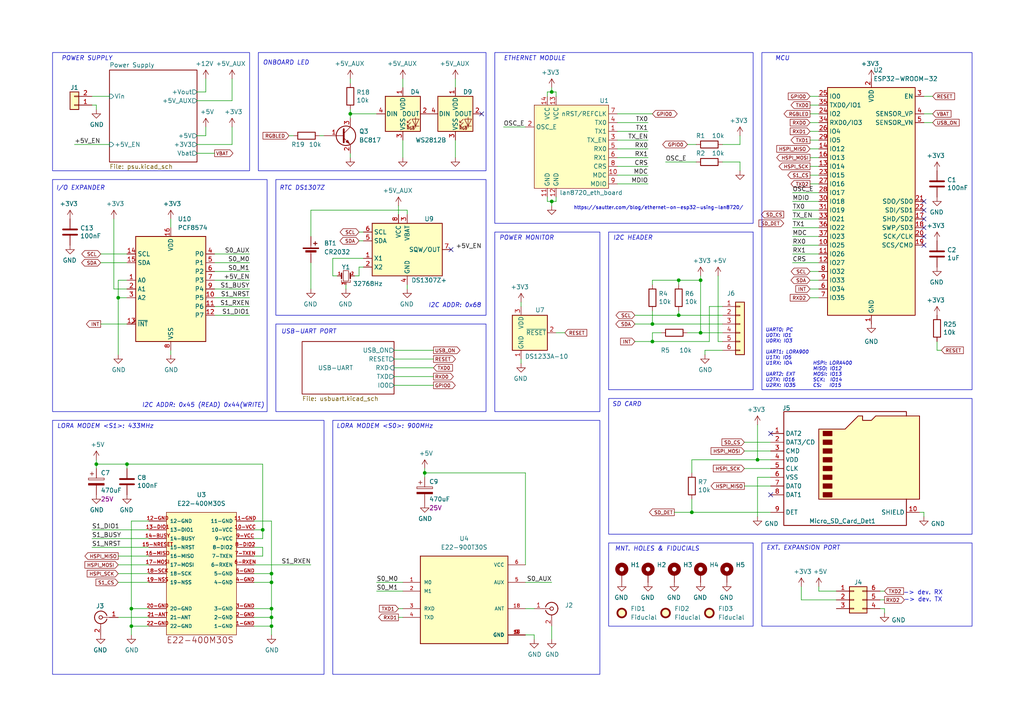
<source format=kicad_sch>
(kicad_sch (version 20231120) (generator "eeschema") (generator_version "8.0")
  (paper "A4")
  (junction (at 38.1 181.61))
  (junction (at 203.2 81.28))
  (junction (at 160.02 26.67))
  (junction (at 78.74 168.91))
  (junction (at 196.85 91.44))
  (junction (at 189.23 99.06))
  (junction (at 78.74 166.37))
  (junction (at 34.29 86.36))
  (junction (at 160.02 58.42))
  (junction (at 196.85 81.28))
  (junction (at 101.6 33.02))
  (junction (at 123.19 137.16))
  (junction (at 189.23 93.98))
  (junction (at 200.66 148.59))
  (junction (at 36.83 134.62))
  (junction (at 27.94 134.62))
  (junction (at 76.2 153.67))
  (junction (at 38.1 176.53))
  (junction (at 78.74 179.07))
  (junction (at 219.71 133.35))
  (junction (at 78.74 181.61))
  (junction (at 203.2 96.52))
  (junction (at 78.74 176.53))
  (no_connect (at 267.97 71.12))
  (no_connect (at 223.52 143.51))
  (no_connect (at 267.97 63.5))
  (no_connect (at 223.52 125.73))
  (no_connect (at 267.97 60.96))
  (no_connect (at 267.97 58.42))
  (no_connect (at 267.97 66.04))
  (no_connect (at 139.7 33.02))
  (no_connect (at 267.97 68.58))
  (no_connect (at 130.81 72.39))
  (wire (pts (xy 237.49 170.18) (xy 237.49 171.45)))
  (wire (pts (xy 158.75 27.94) (xy 158.75 26.67)))
  (wire (pts (xy 114.3 104.14) (xy 125.73 104.14)))
  (wire (pts (xy 38.1 181.61) (xy 38.1 184.15)))
  (wire (pts (xy 234.95 50.8) (xy 237.49 50.8)))
  (wire (pts (xy 62.23 88.9) (xy 72.39 88.9)))
  (wire (pts (xy 78.74 181.61) (xy 78.74 184.15)))
  (wire (pts (xy 73.66 179.07) (xy 78.74 179.07)))
  (polyline (pts (xy 218.44 67.31) (xy 176.53 67.31)))
  (wire (pts (xy 179.07 35.56) (xy 187.96 35.56)))
  (wire (pts (xy 209.55 41.91) (xy 214.63 41.91)))
  (wire (pts (xy 229.87 71.12) (xy 237.49 71.12)))
  (wire (pts (xy 33.02 63.5) (xy 33.02 83.82)))
  (wire (pts (xy 115.57 179.07) (xy 116.84 179.07)))
  (wire (pts (xy 200.66 133.35) (xy 219.71 133.35)))
  (wire (pts (xy 67.31 29.21) (xy 67.31 22.86)))
  (wire (pts (xy 234.95 45.72) (xy 237.49 45.72)))
  (wire (pts (xy 196.85 90.17) (xy 196.85 91.44)))
  (wire (pts (xy 203.2 96.52) (xy 209.55 96.52)))
  (wire (pts (xy 232.41 173.99) (xy 242.57 173.99)))
  (wire (pts (xy 104.14 69.85) (xy 105.41 69.85)))
  (wire (pts (xy 96.52 80.01) (xy 97.79 80.01)))
  (polyline (pts (xy 176.53 113.03) (xy 176.53 67.31)))
  (wire (pts (xy 104.14 77.47) (xy 105.41 77.47)))
  (wire (pts (xy 114.3 106.68) (xy 125.73 106.68)))
  (wire (pts (xy 215.9 128.27) (xy 223.52 128.27)))
  (wire (pts (xy 57.15 29.21) (xy 67.31 29.21)))
  (wire (pts (xy 229.87 66.04) (xy 237.49 66.04)))
  (wire (pts (xy 38.1 181.61) (xy 43.18 181.61)))
  (wire (pts (xy 109.22 168.91) (xy 116.84 168.91)))
  (wire (pts (xy 38.1 151.13) (xy 38.1 176.53)))
  (wire (pts (xy 34.29 86.36) (xy 36.83 86.36)))
  (wire (pts (xy 57.15 26.67) (xy 59.69 26.67)))
  (wire (pts (xy 114.3 101.6) (xy 125.73 101.6)))
  (wire (pts (xy 29.21 93.98) (xy 36.83 93.98)))
  (wire (pts (xy 219.71 138.43) (xy 219.71 149.86)))
  (wire (pts (xy 189.23 96.52) (xy 189.23 99.06)))
  (wire (pts (xy 234.95 38.1) (xy 237.49 38.1)))
  (wire (pts (xy 26.67 156.21) (xy 43.18 156.21)))
  (wire (pts (xy 83.82 39.37) (xy 85.09 39.37)))
  (wire (pts (xy 196.85 81.28) (xy 203.2 81.28)))
  (wire (pts (xy 184.15 99.06) (xy 189.23 99.06)))
  (wire (pts (xy 219.71 133.35) (xy 219.71 123.19)))
  (wire (pts (xy 234.95 40.64) (xy 237.49 40.64)))
  (wire (pts (xy 234.95 33.02) (xy 237.49 33.02)))
  (wire (pts (xy 104.14 67.31) (xy 105.41 67.31)))
  (wire (pts (xy 36.83 134.62) (xy 76.2 134.62)))
  (wire (pts (xy 62.23 83.82) (xy 72.39 83.82)))
  (wire (pts (xy 49.53 63.5) (xy 49.53 66.04)))
  (wire (pts (xy 34.29 168.91) (xy 43.18 168.91)))
  (wire (pts (xy 101.6 34.29) (xy 101.6 33.02)))
  (wire (pts (xy 73.66 151.13) (xy 78.74 151.13)))
  (wire (pts (xy 234.95 30.48) (xy 237.49 30.48)))
  (wire (pts (xy 152.4 176.53) (xy 154.94 176.53)))
  (wire (pts (xy 161.29 27.94) (xy 161.29 26.67)))
  (wire (pts (xy 123.19 137.16) (xy 152.4 137.16)))
  (wire (pts (xy 151.13 87.63) (xy 151.13 88.9)))
  (wire (pts (xy 256.54 176.53) (xy 256.54 177.8)))
  (wire (pts (xy 179.07 33.02) (xy 189.23 33.02)))
  (polyline (pts (xy 176.53 113.03) (xy 218.44 113.03)))
  (wire (pts (xy 158.75 26.67) (xy 160.02 26.67)))
  (wire (pts (xy 123.19 137.16) (xy 123.19 138.43)))
  (wire (pts (xy 267.97 148.59) (xy 267.97 149.86)))
  (wire (pts (xy 232.41 170.18) (xy 232.41 173.99)))
  (wire (pts (xy 209.55 46.99) (xy 214.63 46.99)))
  (wire (pts (xy 62.23 73.66) (xy 72.39 73.66)))
  (wire (pts (xy 118.11 60.96) (xy 118.11 62.23)))
  (wire (pts (xy 189.23 93.98) (xy 209.55 93.98)))
  (wire (pts (xy 78.74 176.53) (xy 78.74 179.07)))
  (wire (pts (xy 160.02 58.42) (xy 158.75 58.42)))
  (wire (pts (xy 234.95 53.34) (xy 237.49 53.34)))
  (wire (pts (xy 234.95 35.56) (xy 237.49 35.56)))
  (wire (pts (xy 161.29 57.15) (xy 161.29 58.42)))
  (wire (pts (xy 29.21 73.66) (xy 36.83 73.66)))
  (wire (pts (xy 57.15 41.91) (xy 67.31 41.91)))
  (wire (pts (xy 34.29 179.07) (xy 43.18 179.07)))
  (wire (pts (xy 267.97 27.94) (xy 270.51 27.94)))
  (wire (pts (xy 199.39 41.91) (xy 201.93 41.91)))
  (wire (pts (xy 179.07 48.26) (xy 187.96 48.26)))
  (wire (pts (xy 234.95 86.36) (xy 237.49 86.36)))
  (wire (pts (xy 27.94 134.62) (xy 27.94 135.89)))
  (wire (pts (xy 116.84 45.72) (xy 116.84 40.64)))
  (wire (pts (xy 189.23 90.17) (xy 189.23 93.98)))
  (wire (pts (xy 34.29 161.29) (xy 43.18 161.29)))
  (wire (pts (xy 62.23 81.28) (xy 72.39 81.28)))
  (wire (pts (xy 267.97 33.02) (xy 270.51 33.02)))
  (wire (pts (xy 38.1 176.53) (xy 43.18 176.53)))
  (wire (pts (xy 179.07 50.8) (xy 187.96 50.8)))
  (wire (pts (xy 196.85 91.44) (xy 209.55 91.44)))
  (wire (pts (xy 160.02 26.67) (xy 160.02 25.4)))
  (wire (pts (xy 154.94 184.15) (xy 154.94 185.42)))
  (wire (pts (xy 234.95 78.74) (xy 237.49 78.74)))
  (wire (pts (xy 73.66 168.91) (xy 78.74 168.91)))
  (wire (pts (xy 90.17 68.58) (xy 90.17 60.96)))
  (wire (pts (xy 229.87 60.96) (xy 237.49 60.96)))
  (wire (pts (xy 73.66 156.21) (xy 76.2 156.21)))
  (wire (pts (xy 76.2 134.62) (xy 76.2 153.67)))
  (wire (pts (xy 59.69 39.37) (xy 59.69 36.83)))
  (wire (pts (xy 92.71 39.37) (xy 93.98 39.37)))
  (wire (pts (xy 115.57 176.53) (xy 116.84 176.53)))
  (wire (pts (xy 26.67 30.48) (xy 27.94 30.48)))
  (wire (pts (xy 73.66 176.53) (xy 78.74 176.53)))
  (wire (pts (xy 38.1 176.53) (xy 38.1 181.61)))
  (wire (pts (xy 21.59 41.91) (xy 31.75 41.91)))
  (wire (pts (xy 229.87 63.5) (xy 237.49 63.5)))
  (wire (pts (xy 229.87 58.42) (xy 237.49 58.42)))
  (wire (pts (xy 26.67 153.67) (xy 43.18 153.67)))
  (wire (pts (xy 62.23 91.44) (xy 72.39 91.44)))
  (wire (pts (xy 59.69 26.67) (xy 59.69 22.86)))
  (wire (pts (xy 101.6 31.75) (xy 101.6 33.02)))
  (wire (pts (xy 151.13 105.41) (xy 151.13 104.14)))
  (wire (pts (xy 27.94 134.62) (xy 36.83 134.62)))
  (wire (pts (xy 208.28 99.06) (xy 209.55 99.06)))
  (wire (pts (xy 118.11 82.55) (xy 118.11 83.82)))
  (wire (pts (xy 195.58 148.59) (xy 200.66 148.59)))
  (wire (pts (xy 229.87 55.88) (xy 237.49 55.88)))
  (wire (pts (xy 26.67 158.75) (xy 43.18 158.75)))
  (wire (pts (xy 90.17 76.2) (xy 90.17 83.82)))
  (wire (pts (xy 132.08 45.72) (xy 132.08 40.64)))
  (wire (pts (xy 34.29 81.28) (xy 36.83 81.28)))
  (wire (pts (xy 76.2 156.21) (xy 76.2 153.67)))
  (wire (pts (xy 255.27 176.53) (xy 256.54 176.53)))
  (wire (pts (xy 203.2 81.28) (xy 203.2 80.01)))
  (wire (pts (xy 73.66 163.83) (xy 90.17 163.83)))
  (wire (pts (xy 204.47 102.87) (xy 204.47 101.6)))
  (wire (pts (xy 179.07 45.72) (xy 187.96 45.72)))
  (wire (pts (xy 189.23 81.28) (xy 196.85 81.28)))
  (wire (pts (xy 34.29 81.28) (xy 34.29 86.36)))
  (wire (pts (xy 184.15 93.98) (xy 189.23 93.98)))
  (wire (pts (xy 160.02 59.69) (xy 160.02 58.42)))
  (wire (pts (xy 101.6 44.45) (xy 101.6 45.72)))
  (wire (pts (xy 62.23 76.2) (xy 72.39 76.2)))
  (wire (pts (xy 160.02 181.61) (xy 160.02 185.42)))
  (wire (pts (xy 237.49 171.45) (xy 242.57 171.45)))
  (wire (pts (xy 229.87 73.66) (xy 237.49 73.66)))
  (wire (pts (xy 200.66 148.59) (xy 223.52 148.59)))
  (wire (pts (xy 163.83 96.52) (xy 161.29 96.52)))
  (wire (pts (xy 116.84 22.86) (xy 116.84 25.4)))
  (wire (pts (xy 200.66 137.16) (xy 200.66 133.35)))
  (wire (pts (xy 67.31 41.91) (xy 67.31 36.83)))
  (wire (pts (xy 101.6 33.02) (xy 109.22 33.02)))
  (wire (pts (xy 78.74 179.07) (xy 78.74 181.61)))
  (wire (pts (xy 179.07 40.64) (xy 187.96 40.64)))
  (wire (pts (xy 73.66 181.61) (xy 78.74 181.61)))
  (wire (pts (xy 215.9 135.89) (xy 223.52 135.89)))
  (wire (pts (xy 102.87 80.01) (xy 104.14 80.01)))
  (wire (pts (xy 214.63 39.37) (xy 214.63 41.91)))
  (wire (pts (xy 255.27 173.99) (xy 256.54 173.99)))
  (wire (pts (xy 115.57 59.69) (xy 115.57 62.23)))
  (wire (pts (xy 36.83 134.62) (xy 36.83 135.89)))
  (wire (pts (xy 146.05 36.83) (xy 152.4 36.83)))
  (wire (pts (xy 229.87 68.58) (xy 237.49 68.58)))
  (wire (pts (xy 114.3 111.76) (xy 125.73 111.76)))
  (wire (pts (xy 101.6 22.86) (xy 101.6 24.13)))
  (wire (pts (xy 78.74 166.37) (xy 78.74 168.91)))
  (wire (pts (xy 215.9 130.81) (xy 223.52 130.81)))
  (wire (pts (xy 29.21 76.2) (xy 36.83 76.2)))
  (wire (pts (xy 179.07 38.1) (xy 187.96 38.1)))
  (wire (pts (xy 161.29 26.67) (xy 160.02 26.67)))
  (wire (pts (xy 105.41 74.93) (xy 96.52 74.93)))
  (wire (pts (xy 26.67 27.94) (xy 31.75 27.94)))
  (wire (pts (xy 234.95 83.82) (xy 237.49 83.82)))
  (wire (pts (xy 255.27 171.45) (xy 256.54 171.45)))
  (wire (pts (xy 234.95 48.26) (xy 237.49 48.26)))
  (wire (pts (xy 73.66 153.67) (xy 76.2 153.67)))
  (wire (pts (xy 200.66 144.78) (xy 200.66 148.59)))
  (wire (pts (xy 57.15 44.45) (xy 62.23 44.45)))
  (wire (pts (xy 158.75 57.15) (xy 158.75 58.42)))
  (wire (pts (xy 196.85 82.55) (xy 196.85 81.28)))
  (wire (pts (xy 73.66 158.75) (xy 76.2 158.75)))
  (wire (pts (xy 179.07 53.34) (xy 187.96 53.34)))
  (wire (pts (xy 266.7 148.59) (xy 267.97 148.59)))
  (wire (pts (xy 132.08 22.86) (xy 132.08 25.4)))
  (wire (pts (xy 114.3 109.22) (xy 125.73 109.22)))
  (wire (pts (xy 191.77 96.52) (xy 189.23 96.52)))
  (wire (pts (xy 199.39 96.52) (xy 203.2 96.52)))
  (wire (pts (xy 27.94 30.48) (xy 27.94 31.75)))
  (wire (pts (xy 267.97 35.56) (xy 270.51 35.56)))
  (wire (pts (xy 271.78 101.6) (xy 271.78 99.06)))
  (wire (pts (xy 152.4 137.16) (xy 152.4 163.83)))
  (wire (pts (xy 57.15 39.37) (xy 59.69 39.37)))
  (wire (pts (xy 38.1 151.13) (xy 43.18 151.13)))
  (wire (pts (xy 160.02 58.42) (xy 161.29 58.42)))
  (wire (pts (xy 62.23 86.36) (xy 72.39 86.36)))
  (wire (pts (xy 179.07 43.18) (xy 187.96 43.18)))
  (wire (pts (xy 73.66 166.37) (xy 78.74 166.37)))
  (wire (pts (xy 96.52 74.93) (xy 96.52 80.01)))
  (wire (pts (xy 62.23 78.74) (xy 72.39 78.74)))
  (wire (pts (xy 152.4 184.15) (xy 154.94 184.15)))
  (wire (pts (xy 152.4 168.91) (xy 160.02 168.91)))
  (wire (pts (xy 100.33 82.55) (xy 100.33 83.82)))
  (wire (pts (xy 223.52 138.43) (xy 219.71 138.43)))
  (polyline (pts (xy 218.44 67.31) (xy 218.44 113.03)))
  (wire (pts (xy 76.2 158.75) (xy 76.2 161.29)))
  (wire (pts (xy 34.29 102.87) (xy 34.29 86.36)))
  (wire (pts (xy 214.63 46.99) (xy 214.63 49.53)))
  (wire (pts (xy 273.05 101.6) (xy 271.78 101.6)))
  (wire (pts (xy 73.66 161.29) (xy 76.2 161.29)))
  (wire (pts (xy 193.04 46.99) (xy 201.93 46.99)))
  (wire (pts (xy 27.94 133.35) (xy 27.94 134.62)))
  (wire (pts (xy 205.74 99.06) (xy 205.74 88.9)))
  (wire (pts (xy 205.74 88.9) (xy 209.55 88.9)))
  (wire (pts (xy 189.23 99.06) (xy 205.74 99.06)))
  (wire (pts (xy 109.22 171.45) (xy 116.84 171.45)))
  (wire (pts (xy 189.23 82.55) (xy 189.23 81.28)))
  (wire (pts (xy 78.74 168.91) (xy 78.74 176.53)))
  (wire (pts (xy 203.2 81.28) (xy 203.2 96.52)))
  (wire (pts (xy 34.29 166.37) (xy 43.18 166.37)))
  (wire (pts (xy 234.95 43.18) (xy 237.49 43.18)))
  (wire (pts (xy 90.17 60.96) (xy 118.11 60.96)))
  (wire (pts (xy 234.95 81.28) (xy 237.49 81.28)))
  (wire (pts (xy 208.28 80.01) (xy 208.28 99.06)))
  (wire (pts (xy 184.15 91.44) (xy 196.85 91.44)))
  (wire (pts (xy 123.19 135.89) (xy 123.19 137.16)))
  (wire (pts (xy 223.52 133.35) (xy 219.71 133.35)))
  (wire (pts (xy 234.95 27.94) (xy 237.49 27.94)))
  (wire (pts (xy 215.9 140.97) (xy 223.52 140.97)))
  (wire (pts (xy 33.02 83.82) (xy 36.83 83.82)))
  (wire (pts (xy 49.53 101.6) (xy 49.53 102.87)))
  (wire (pts (xy 229.87 76.2) (xy 237.49 76.2)))
  (wire (pts (xy 104.14 80.01) (xy 104.14 77.47)))
  (wire (pts (xy 78.74 151.13) (xy 78.74 166.37)))
  (wire (pts (xy 204.47 101.6) (xy 209.55 101.6)))
  (wire (pts (xy 34.29 163.83) (xy 43.18 163.83)))
  (rectangle (start 15.24 15.24) (end 72.39 49.53))
  (rectangle (start 15.24 121.92) (end 93.98 195.58))
  (rectangle (start 74.93 15.24) (end 140.97 49.53))
  (rectangle (start 220.98 15.24) (end 281.94 113.03))
  (rectangle (start 176.53 157.48) (end 218.44 181.61))
  (rectangle (start 80.01 93.98) (end 140.97 119.38))
  (rectangle (start 220.98 157.48) (end 281.94 181.61))
  (rectangle (start 176.53 115.57) (end 281.94 154.94))
  (rectangle (start 80.01 52.07) (end 140.97 91.44))
  (rectangle (start 96.52 121.92) (end 173.99 195.58))
  (rectangle (start 143.51 15.24) (end 218.44 64.77))
  (rectangle (start 143.51 67.31) (end 173.99 119.38))
  (rectangle (start 15.24 52.07) (end 77.47 119.38))
  (text "HSPI: LORA400\nMISO: IO12\nMOSI: IO13\nSCK:  IO14\nCS:   IO15" (at 235.712 112.522 0) (effects (font (size 1 1) (italic yes)) (justify left bottom)))
  (text "RTC DS1307Z\n" (at 81.026 55.372 0) (effects (font (size 1.27 1.27) (italic yes)) (justify left bottom)))
  (text "https://sautter.com/blog/ethernet-on-esp32-using-lan8720/" (at 166.37 60.96 0) (effects (font (size 1 1)) (justify left bottom)))
  (text "POWER MONITOR" (at 144.78 69.85 0) (effects (font (size 1.27 1.27) (italic yes)) (justify left bottom)))
  (text "ETHERNET MODULE" (at 146.05 17.78 0) (effects (font (size 1.27 1.27) (italic yes)) (justify left bottom)))
  (text "POWER SUPPLY" (at 17.78 17.78 0) (effects (font (size 1.27 1.27) (italic yes)) (justify left bottom)))
  (text "LORA MODEM <S0>: 900MHz" (at 97.536 124.46 0) (effects (font (size 1.27 1.27) (italic yes)) (justify left bottom)))
  (text "MNT. HOLES & FIDUCIALS" (at 178.308 160.02 0) (effects (font (size 1.27 1.27) (italic yes)) (justify left bottom)))
  (text "SD CARD" (at 177.546 118.11 0) (effects (font (size 1.27 1.27) (italic yes)) (justify left bottom)))
  (text "-> dev. RX\n-> dev. TX" (at 267.716 172.974 0) (effects (font (size 1.27 1.27))))
  (text "MCU" (at 224.79 17.78 0) (effects (font (size 1.27 1.27) (italic yes)) (justify left bottom)))
  (text "todo-list:\n\n-DEFINE EXT. PINOUT\n-TEST HSPI\n-ADD EXT. HSPI EXPANSION PORT WITH CHIP SELECT\n-ADD CANBUS PROTOCOL??\n\n\n-SIMULATE PSU PROTECTIONS done\n-ADD USB PORT & CH340G / FTDI done\n-ADD OVER VOLTAGE PROT. won't do.\n-ADD SPI SD CARD SLOT done" (at 308.61 16.256 0) (effects (font (size 5 5)) (justify left top)))
  (text "UART0: PC\nU0TX: IO1\nU0RX: IO3\n\nUART1: LORA900\nU1TX: IO5\nU1RX: IO4\n\nUART2: EXT\nU2TX: IO16\nU2RX: IO35" (at 221.996 112.522 0) (effects (font (size 1 1) (italic yes)) (justify left bottom)))
  (text "LORA MODEM <S1>: 433MHz" (at 16.51 124.46 0) (effects (font (size 1.27 1.27) (italic yes)) (justify left bottom)))
  (text "I/O EXPANDER" (at 16.256 55.372 0) (effects (font (size 1.27 1.27) (italic yes)) (justify left bottom)))
  (text "I2C ADDR: 0x68" (at 124.206 89.408 0) (effects (font (size 1.27 1.27) (italic yes)) (justify left bottom)))
  (text "I2C HEADER" (at 177.8 69.85 0) (effects (font (size 1.27 1.27) (italic yes)) (justify left bottom)))
  (text "ONBOARD LED" (at 76.2 19.05 0) (effects (font (size 1.27 1.27) (italic yes)) (justify left bottom)))
  (text "EXT. EXPANSION PORT" (at 222.25 159.766 0) (effects (font (size 1.27 1.27) (italic yes)) (justify left bottom)))
  (text "USB-UART PORT" (at 81.534 97.028 0) (effects (font (size 1.27 1.27) (italic yes)) (justify left bottom)))
  (text "I2C ADDR: 0x45 (READ) 0x44(WRITE)" (at 41.148 118.364 0) (effects (font (size 1.27 1.27) (italic yes)) (justify left bottom)))
  (label "RX1" (at 229.87 73.66 0))
  (label "TX0" (at 229.87 60.96 0))
  (label "S1_DIO1" (at 26.67 153.67 0))
  (label "+5V_EN" (at 139.7 72.39 180))
  (label "S1_DIO1" (at 72.39 91.44 180))
  (label "S1_RXEN" (at 90.17 163.83 180))
  (label "RX0" (at 229.87 71.12 0))
  (label "S1_BUSY" (at 26.67 156.21 0))
  (label "S1_RXEN" (at 72.39 88.9 180))
  (label "S0_M1" (at 72.39 78.74 180))
  (label "RX0" (at 187.96 43.18 180))
  (label "S0_M0" (at 72.39 76.2 180))
  (label "OSC_E" (at 229.87 55.88 0))
  (label "TX_EN" (at 229.87 63.5 0))
  (label "S0_AUX" (at 72.39 73.66 180))
  (label "MDC" (at 229.87 68.58 0))
  (label "TX0" (at 187.96 35.56 180))
  (label "+5V_EN" (at 72.39 81.28 180))
  (label "S0_M1" (at 109.22 171.45 0))
  (label "TX1" (at 229.87 66.04 0))
  (label "S1_NRST" (at 72.39 86.36 180))
  (label "+5V_EN" (at 21.59 41.91 0))
  (label "MDIO" (at 229.87 58.42 0))
  (label "MDC" (at 187.96 50.8 180))
  (label "S1_BUSY" (at 72.39 83.82 180))
  (label "RX1" (at 187.96 45.72 180))
  (label "TX_EN" (at 187.96 40.64 180))
  (label "S0_M0" (at 109.22 168.91 0))
  (label "OSC_E" (at 146.05 36.83 0))
  (label "S1_NRST" (at 26.67 158.75 0))
  (label "MDIO" (at 187.96 53.34 180))
  (label "CRS" (at 187.96 48.26 180))
  (label "OSC_E" (at 193.04 46.99 0))
  (label "CRS" (at 229.87 76.2 0))
  (label "TX1" (at 187.96 38.1 180))
  (label "S0_AUX" (at 160.02 168.91 180))
  (global_label "S1_CS" (shape input) (at 34.29 168.91 180) (effects (font (size 0.9906 0.9906))) (property "Intersheetrefs" "${INTERSHEET_REFS}" (effects (hide yes))))
  (global_label "GPIO0" (shape output) (at 125.73 111.76 0) (effects (font (size 0.9906 0.9906))) (property "Intersheetrefs" "${INTERSHEET_REFS}" (effects (hide yes))))
  (global_label "TXD1" (shape output) (at 234.95 40.64 180) (effects (font (size 0.9906 0.9906))) (property "Intersheetrefs" "${INTERSHEET_REFS}" (effects (hide yes))))
  (global_label "HSPI_MISO" (shape output) (at 215.9 140.97 180) (effects (font (size 0.9906 0.9906))) (property "Intersheetrefs" "${INTERSHEET_REFS}" (effects (hide yes))))
  (global_label "TXD0" (shape output) (at 234.95 30.48 180) (effects (font (size 0.9906 0.9906))) (property "Intersheetrefs" "${INTERSHEET_REFS}" (effects (hide yes))))
  (global_label "SDA" (shape bidirectional) (at 104.14 69.85 180) (effects (font (size 0.9906 0.9906))) (property "Intersheetrefs" "${INTERSHEET_REFS}" (effects (hide yes))))
  (global_label "SD_DET" (shape output) (at 195.58 148.59 180) (effects (font (size 0.9906 0.9906))) (property "Intersheetrefs" "${INTERSHEET_REFS}" (effects (hide yes))))
  (global_label "TXD0" (shape input) (at 125.73 106.68 0) (effects (font (size 0.9906 0.9906))) (property "Intersheetrefs" "${INTERSHEET_REFS}" (effects (hide yes))))
  (global_label "RESET" (shape input) (at 163.83 96.52 0) (effects (font (size 0.9906 0.9906))) (property "Intersheetrefs" "${INTERSHEET_REFS}" (effects (hide yes))))
  (global_label "HSPI_MOSI" (shape input) (at 34.29 163.83 180) (effects (font (size 0.9906 0.9906))) (property "Intersheetrefs" "${INTERSHEET_REFS}" (effects (hide yes))))
  (global_label "S1_CS" (shape output) (at 234.95 50.8 180) (effects (font (size 0.9906 0.9906))) (property "Intersheetrefs" "${INTERSHEET_REFS}" (effects (hide yes))))
  (global_label "RXD2" (shape output) (at 256.54 173.99 0) (effects (font (size 0.9906 0.9906))) (property "Intersheetrefs" "${INTERSHEET_REFS}" (effects (hide yes))))
  (global_label "HSPI_MOSI" (shape output) (at 234.95 45.72 180) (effects (font (size 0.9906 0.9906))) (property "Intersheetrefs" "${INTERSHEET_REFS}" (effects (hide yes))))
  (global_label "GPIO0" (shape bidirectional) (at 199.39 41.91 180) (effects (font (size 0.9906 0.9906))) (property "Intersheetrefs" "${INTERSHEET_REFS}" (effects (hide yes))))
  (global_label "SDA" (shape bidirectional) (at 234.95 81.28 180) (effects (font (size 0.9906 0.9906))) (property "Intersheetrefs" "${INTERSHEET_REFS}" (effects (hide yes))))
  (global_label "RGBLED" (shape input) (at 83.82 39.37 180) (effects (font (size 0.9906 0.9906))) (property "Intersheetrefs" "${INTERSHEET_REFS}" (effects (hide yes))))
  (global_label "HSPI_SCK" (shape input) (at 215.9 135.89 180) (effects (font (size 0.9906 0.9906))) (property "Intersheetrefs" "${INTERSHEET_REFS}" (effects (hide yes))))
  (global_label "SDA" (shape bidirectional) (at 184.15 93.98 180) (effects (font (size 0.9906 0.9906))) (property "Intersheetrefs" "${INTERSHEET_REFS}" (effects (hide yes))))
  (global_label "INT" (shape input) (at 184.15 99.06 180) (effects (font (size 0.9906 0.9906))) (property "Intersheetrefs" "${INTERSHEET_REFS}" (effects (hide yes))))
  (global_label "RXD0" (shape output) (at 125.73 109.22 0) (effects (font (size 0.9906 0.9906))) (property "Intersheetrefs" "${INTERSHEET_REFS}" (effects (hide yes))))
  (global_label "RXD2" (shape input) (at 234.95 86.36 180) (effects (font (size 0.9906 0.9906))) (property "Intersheetrefs" "${INTERSHEET_REFS}" (effects (hide yes))))
  (global_label "SCL" (shape bidirectional) (at 104.14 67.31 180) (effects (font (size 0.9906 0.9906))) (property "Intersheetrefs" "${INTERSHEET_REFS}" (effects (hide yes))))
  (global_label "USB_ON" (shape input) (at 270.51 35.56 0) (effects (font (size 0.9906 0.9906))) (property "Intersheetrefs" "${INTERSHEET_REFS}" (effects (hide yes))))
  (global_label "HSPI_SCK" (shape output) (at 234.95 48.26 180) (effects (font (size 0.9906 0.9906))) (property "Intersheetrefs" "${INTERSHEET_REFS}" (effects (hide yes))))
  (global_label "SDA" (shape bidirectional) (at 29.21 76.2 180) (effects (font (size 0.9906 0.9906))) (property "Intersheetrefs" "${INTERSHEET_REFS}" (effects (hide yes))))
  (global_label "RXD1" (shape input) (at 234.95 38.1 180) (effects (font (size 0.9906 0.9906))) (property "Intersheetrefs" "${INTERSHEET_REFS}" (effects (hide yes))))
  (global_label "TXD1" (shape input) (at 115.57 176.53 180) (effects (font (size 0.9906 0.9906))) (property "Intersheetrefs" "${INTERSHEET_REFS}" (effects (hide yes))))
  (global_label "SD_DET" (shape input) (at 227.33 64.77 180) (effects (font (size 0.9906 0.9906))) (property "Intersheetrefs" "${INTERSHEET_REFS}" (effects (hide yes))))
  (global_label "SD_CS" (shape input) (at 215.9 128.27 180) (effects (font (size 0.9906 0.9906))) (property "Intersheetrefs" "${INTERSHEET_REFS}" (effects (hide yes))))
  (global_label "SD_CS" (shape output) (at 227.33 62.23 180) (effects (font (size 0.9906 0.9906))) (property "Intersheetrefs" "${INTERSHEET_REFS}" (effects (hide yes))))
  (global_label "GPIO0" (shape bidirectional) (at 189.23 33.02 0) (effects (font (size 0.9906 0.9906))) (property "Intersheetrefs" "${INTERSHEET_REFS}" (effects (hide yes))))
  (global_label "TXD2" (shape input) (at 256.54 171.45 0) (effects (font (size 0.9906 0.9906))) (property "Intersheetrefs" "${INTERSHEET_REFS}" (effects (hide yes))))
  (global_label "HSPI_MOSI" (shape input) (at 215.9 130.81 180) (effects (font (size 0.9906 0.9906))) (property "Intersheetrefs" "${INTERSHEET_REFS}" (effects (hide yes))))
  (global_label "RXD0" (shape input) (at 234.95 35.56 180) (effects (font (size 0.9906 0.9906))) (property "Intersheetrefs" "${INTERSHEET_REFS}" (effects (hide yes))))
  (global_label "HSPI_MISO" (shape input) (at 234.95 43.18 180) (effects (font (size 0.9906 0.9906))) (property "Intersheetrefs" "${INTERSHEET_REFS}" (effects (hide yes))))
  (global_label "TXD2" (shape output) (at 234.95 53.34 180) (effects (font (size 0.9906 0.9906))) (property "Intersheetrefs" "${INTERSHEET_REFS}" (effects (hide yes))))
  (global_label "VBAT" (shape input) (at 270.51 33.02 0) (effects (font (size 0.9906 0.9906))) (property "Intersheetrefs" "${INTERSHEET_REFS}" (effects (hide yes))))
  (global_label "SCL" (shape bidirectional) (at 29.21 73.66 180) (effects (font (size 0.9906 0.9906))) (property "Intersheetrefs" "${INTERSHEET_REFS}" (effects (hide yes))))
  (global_label "SCL" (shape bidirectional) (at 234.95 78.74 180) (effects (font (size 0.9906 0.9906))) (property "Intersheetrefs" "${INTERSHEET_REFS}" (effects (hide yes))))
  (global_label "RGBLED" (shape output) (at 234.95 33.02 180) (effects (font (size 0.9906 0.9906))) (property "Intersheetrefs" "${INTERSHEET_REFS}" (effects (hide yes))))
  (global_label "INT" (shape input) (at 234.95 83.82 180) (effects (font (size 0.9906 0.9906))) (property "Intersheetrefs" "${INTERSHEET_REFS}" (effects (hide yes))))
  (global_label "HSPI_MISO" (shape output) (at 34.29 161.29 180) (effects (font (size 0.9906 0.9906))) (property "Intersheetrefs" "${INTERSHEET_REFS}" (effects (hide yes))))
  (global_label "INT" (shape output) (at 29.21 93.98 180) (effects (font (size 0.9906 0.9906))) (property "Intersheetrefs" "${INTERSHEET_REFS}" (effects (hide yes))))
  (global_label "VBAT" (shape output) (at 62.23 44.45 0) (effects (font (size 0.9906 0.9906))) (property "Intersheetrefs" "${INTERSHEET_REFS}" (effects (hide yes))))
  (global_label "USB_ON" (shape output) (at 125.73 101.6 0) (effects (font (size 0.9906 0.9906))) (property "Intersheetrefs" "${INTERSHEET_REFS}" (effects (hide yes))))
  (global_label "GPIO0" (shape input) (at 234.95 27.94 180) (effects (font (size 0.9906 0.9906))) (property "Intersheetrefs" "${INTERSHEET_REFS}" (effects (hide yes))))
  (global_label "SCL" (shape bidirectional) (at 184.15 91.44 180) (effects (font (size 0.9906 0.9906))) (property "Intersheetrefs" "${INTERSHEET_REFS}" (effects (hide yes))))
  (global_label "RESET" (shape output) (at 125.73 104.14 0) (effects (font (size 0.9906 0.9906))) (property "Intersheetrefs" "${INTERSHEET_REFS}" (effects (hide yes))))
  (global_label "HSPI_SCK" (shape input) (at 34.29 166.37 180) (effects (font (size 0.9906 0.9906))) (property "Intersheetrefs" "${INTERSHEET_REFS}" (effects (hide yes))))
  (global_label "RESET" (shape input) (at 270.51 27.94 0) (effects (font (size 0.9906 0.9906))) (property "Intersheetrefs" "${INTERSHEET_REFS}" (effects (hide yes))))
  (global_label "RXD1" (shape output) (at 115.57 179.07 180) (effects (font (size 0.9906 0.9906))) (property "Intersheetrefs" "${INTERSHEET_REFS}" (effects (hide yes))))
  (global_label "RESET" (shape input) (at 273.05 101.6 0) (effects (font (size 0.9906 0.9906))) (property "Intersheetrefs" "${INTERSHEET_REFS}" (effects (hide yes))))
  (symbol (lib_id "Mechanical:MountingHole_Pad") (at 203.2 166.37 0) (unit 1)
    (property "Reference" "H4" (at 205.74 163.83 0) (effects (justify left)))
    (property "Value" "MountingHole_Pad" (effects (hide yes)))
    (property "Footprint" "MountingHole:MountingHole_3.5mm_Pad" (effects (hide yes)))
  )
  (symbol (lib_id "Device:C_Polarized") (at 27.94 139.7 0) (unit 1)
    (property "Reference" "C7" (at 29.21 137.16 0) (effects (justify left)))
    (property "Value" "470uF" (at 29.21 142.24 0) (effects (justify left)))
    (property "Footprint" "esp-map-footprints:CAP_10x10_SMD_THT" (effects (hide yes)))
    (property "Datasheet" "https://industrial.panasonic.com/cdbs/www-data/pdf/RDE0000/ABA0000C1142.pdf" (effects (hide yes)))
    (property "Voltage" "25V" (at 29.21 144.78 0) (effects (justify left)))
    (property "manf#" "EEE-1EA471UAP" (effects (hide yes)))
  )
  (symbol (lib_id "power:+3V3") (at 271.78 49.53 0) (mirror y) (unit 1)
    (property "Reference" "#PWR010" (effects (hide yes)))
    (property "Value" "+3V3" (at 271.399 45.1358 0))
  )
  (symbol (lib_id "power:+3V3") (at 27.94 133.35 0) (unit 1)
    (property "Reference" "#PWR051" (effects (hide yes)))
    (property "Value" "+5V" (at 28.321 128.9558 0))
  )
  (symbol (lib_id "power:GND") (at 49.53 102.87 0) (unit 1)
    (property "Reference" "#PWR076" (effects (hide yes)))
    (property "Value" "GND" (at 49.657 107.2642 0))
  )
  (symbol (lib_id "power:GND") (at 256.54 177.8 0) (mirror y) (unit 1)
    (property "Reference" "#PWR068" (effects (hide yes)))
    (property "Value" "GND" (at 260.604 179.832 0))
  )
  (symbol (lib_id "power:GND") (at 36.83 143.51 0) (mirror y) (unit 1)
    (property "Reference" "#PWR053" (effects (hide yes)))
    (property "Value" "GND" (at 36.703 147.9042 0))
  )
  (symbol (lib_id "esp-map-devices:E22-900T30S") (at 134.62 173.99 0) (unit 1)
    (property "Reference" "U4" (at 134.62 156.21 0))
    (property "Value" "E22-900T30S" (at 134.62 158.75 0))
    (property "Footprint" "esp-map-footprints:E22-900T30S" (effects (hide yes)))
    (property "Datasheet" "https://fcc.report/FCC-ID/2AWQQ-E22-900T30S/5024645.pdf" (effects (hide yes)))
    (property "MF" "EBYTE" (effects (hide yes)))
    (property "MAXIMUM_PACKAGE_HEIGHT" "3.77mm" (effects (hide yes)))
    (property "Package" "Package" (effects (hide yes)))
    (property "Price" "None" (effects (hide yes)))
    (property "Check_prices" "https://www.snapeda.com/parts/E22-900T30S/EBYTE/view-part/?ref=eda" (effects (hide yes)))
    (property "STANDARD" "Manufacturer Recommendations" (effects (hide yes)))
    (property "PARTREV" "1.4" (effects (hide yes)))
    (property "SnapEDA_Link" "https://www.snapeda.com/parts/E22-900T30S/EBYTE/view-part/?ref=snap" (effects (hide yes)))
    (property "MP" "E22-900T30S" (effects (hide yes)))
    (property "Description_1" "\n                        \n                            E22-900T30S is a wireless serial port module (UART) based on SEMTECH's SX1262 RF chip.\n                        \n" (effects (hide yes)))
    (property "Availability" "Not in stock" (effects (hide yes)))
    (property "MANUFACTURER" "EBYTE" (effects (hide yes)))
  )
  (symbol (lib_id "Device:C") (at 271.78 73.66 0) (unit 1)
    (property "Reference" "C2" (at 274.701 72.4916 0) (effects (justify left)))
    (property "Value" "1uF" (at 274.701 74.803 0) (effects (justify left)))
    (property "Footprint" "Capacitor_SMD:C_1206_3216Metric_Pad1.33x1.80mm_HandSolder" (effects (hide yes)))
    (property "Datasheet" "https://www.samsungsem.com/resources/file/global/support/product_catalog/MLCC.pdf" (effects (hide yes)))
    (property "Voltage" "50V" (effects (hide yes)))
    (property "manf#" "CL31F105ZBFNNNE" (effects (hide yes)))
  )
  (symbol (lib_id "power:GND") (at 195.58 168.91 0) (mirror y) (unit 1)
    (property "Reference" "#PWR034" (effects (hide yes)))
    (property "Value" "GND" (at 195.453 173.3042 0))
  )
  (symbol (lib_id "Connector:Micro_SD_Card_Det1") (at 246.38 135.89 0) (unit 1)
    (property "Reference" "J5" (at 228.092 118.364 0))
    (property "Value" "Micro_SD_Card_Det1" (at 244.348 151.13 0))
    (property "Footprint" "esp-map-footprints:MicroSD_PUSH-PUSH" (effects (hide yes)))
    (property "Datasheet" "https://ityt.com.ar/datasheets/zocalos/SIM/3020-901-0001-MicroSD_PUSH-PUSH.pdf" (effects (hide yes)))
    (property "Description" "Micro SD Card Socket with one card detection pin" (effects (hide yes)))
  )
  (symbol (lib_id "power:GND") (at 123.19 146.05 0) (unit 1)
    (property "Reference" "#PWR054" (effects (hide yes)))
    (property "Value" "GND" (at 123.317 150.4442 0))
  )
  (symbol (lib_id "power:GND") (at 219.71 149.86 0) (mirror y) (unit 1)
    (property "Reference" "#PWR044" (effects (hide yes)))
    (property "Value" "GND" (at 223.774 151.892 0))
  )
  (symbol (lib_id "power:+5V") (at 115.57 59.69 0) (unit 1)
    (property "Reference" "#PWR059" (effects (hide yes)))
    (property "Value" "+5V_AUX" (at 115.349 55.2651 0))
  )
  (symbol (lib_id "Transistor_BJT:BC817") (at 99.06 39.37 0) (unit 1)
    (property "Reference" "Q3" (at 104.14 38.0999 0) (effects (justify left)))
    (property "Value" "BC817" (at 104.14 40.6399 0) (effects (justify left)))
    (property "Footprint" "Package_TO_SOT_SMD:SOT-23" (effects (hide yes)))
    (property "Datasheet" "https://www.onsemi.com/pub/Collateral/BC818-D.pdf" (effects (hide yes)))
    (property "Description" "0.8A Ic, 45V Vce, NPN Transistor, SOT-23" (effects (hide yes)))
  )
  (symbol (lib_id "power:GND") (at 267.97 149.86 0) (mirror y) (unit 1)
    (property "Reference" "#PWR085" (effects (hide yes)))
    (property "Value" "GND" (at 272.034 151.892 0))
  )
  (symbol (lib_id "esp-map-devices:DS1233") (at 151.13 96.52 0) (unit 1)
    (property "Reference" "U7" (at 157.988 89.916 0) (effects (justify right)))
    (property "Value" "DS1233A-10" (at 164.846 103.378 0) (effects (justify right)))
    (property "Footprint" "Package_TO_SOT_THT:TO-92" (effects (hide yes)))
    (property "Datasheet" "https://datasheets.maximintegrated.com/en/ds/DS1233A.pdf" (effects (hide yes)))
    (property "manf#" "DS1233A-10" (effects (hide yes)))
  )
  (symbol (lib_id "Connector_Generic:Conn_01x06") (at 214.63 93.98 0) (unit 1)
    (property "Reference" "J6" (at 210.82 85.09 0) (effects (justify left)))
    (property "Value" "Conn_01x06" (effects (hide yes)))
    (property "Footprint" "Connector_Molex:Molex_KK-254_AE-6410-06A_1x06_P2.54mm_Vertical" (effects (hide yes)))
    (property "Fitted" "Yes" (effects (hide yes)))
  )
  (symbol (lib_id "Mechanical:MountingHole_Pad") (at 180.34 166.37 0) (unit 1)
    (property "Reference" "H1" (at 182.88 163.83 0) (effects (justify left)))
    (property "Value" "MountingHole_Pad" (effects (hide yes)))
    (property "Footprint" "MountingHole:MountingHole_3.5mm_Pad" (effects (hide yes)))
  )
  (symbol (lib_id "power:+3V3") (at 33.02 63.5 0) (unit 1)
    (property "Reference" "#PWR067" (effects (hide yes)))
    (property "Value" "+3V3" (at 33.401 59.1058 0))
  )
  (symbol (lib_id "Connector_Generic:Conn_02x03_Counter_Clockwise") (at 247.65 173.99 0) (unit 1)
    (property "Reference" "J4" (at 248.92 168.91 0))
    (property "Value" "Conn_02x03_Counter_Clockwise" (effects (hide yes)))
    (property "Footprint" "Connector_PinHeader_2.54mm:PinHeader_2x03_P2.54mm_Vertical" (effects (hide yes)))
    (property "Description" "Generic connector, double row, 02x03, counter clockwise pin numbering scheme (similar to DIP package numbering), script generated (kicad-library-utils/schlib/autogen/connector/)" (effects (hide yes)))
  )
  (symbol (lib_id "Device:R") (at 195.58 96.52 90) (unit 1)
    (property "Reference" "R5" (at 194.31 101.6 90) (effects (justify left)))
    (property "Value" "10k" (at 200.66 101.6 90) (effects (justify left)))
    (property "Footprint" "Resistor_SMD:R_1206_3216Metric" (effects (hide yes)))
    (property "Datasheet" "https://www.yageo.com/upload/media/product/productsearch/datasheet/rchip/PYu-RC_Group_51_RoHS_L_11.pdf" (effects (hide yes)))
    (property "manf#" "RC1206FR-0710KL" (effects (hide yes)))
    (property "Fitted" "Yes" (effects (hide yes)))
  )
  (symbol (lib_id "power:GND") (at 116.84 45.72 0) (unit 1)
    (property "Reference" "#PWR04" (effects (hide yes)))
    (property "Value" "GND" (effects (hide yes)))
  )
  (symbol (lib_id "power:GND") (at 180.34 168.91 0) (mirror y) (unit 1)
    (property "Reference" "#PWR032" (effects (hide yes)))
    (property "Value" "GND" (at 180.213 173.3042 0))
  )
  (symbol (lib_id "power:GND") (at 160.02 59.69 0) (mirror y) (unit 1)
    (property "Reference" "#PWR02" (effects (hide yes)))
    (property "Value" "GND" (effects (hide yes)))
  )
  (symbol (lib_id "power:+3V3") (at 271.78 91.44 0) (mirror y) (unit 1)
    (property "Reference" "#PWR084" (effects (hide yes)))
    (property "Value" "+3V3" (at 271.399 87.0458 0))
  )
  (symbol (lib_id "power:+3V3") (at 219.71 123.19 0) (mirror y) (unit 1)
    (property "Reference" "#PWR05" (effects (hide yes)))
    (property "Value" "+3V3" (at 219.329 118.7958 0))
  )
  (symbol (lib_id "LED:WS2812B") (at 132.08 33.02 0) (unit 1)
    (property "Reference" "D9" (at 135.636 26.67 0))
    (property "Value" "WS2812B" (effects (hide yes)))
    (property "Footprint" "LED_SMD:LED_WS2812B_PLCC4_5.0x5.0mm_P3.2mm" (effects (hide yes)))
    (property "Datasheet" "https://cdn-shop.adafruit.com/datasheets/WS2812B.pdf" (effects (hide yes)))
  )
  (symbol (lib_id "Device:R") (at 271.78 95.25 0) (unit 1)
    (property "Reference" "R25" (at 273.558 94.0816 0) (effects (justify left)))
    (property "Value" "10k" (at 273.558 96.393 0) (effects (justify left)))
    (property "Footprint" "Resistor_SMD:R_1206_3216Metric" (effects (hide yes)))
    (property "Datasheet" "https://www.yageo.com/upload/media/product/productsearch/datasheet/rchip/PYu-RC_Group_51_RoHS_L_11.pdf" (effects (hide yes)))
    (property "manf#" "RC1206FR-0710KL" (effects (hide yes)))
  )
  (symbol (lib_id "power:GND") (at 154.94 185.42 0) (unit 1)
    (property "Reference" "#PWR016" (effects (hide yes)))
    (property "Value" "GND" (at 155.067 189.8142 0))
  )
  (symbol (lib_id "Device:R") (at 189.23 86.36 0) (unit 1)
    (property "Reference" "R4" (at 191.008 85.1916 0) (effects (justify left)))
    (property "Value" "10k" (at 191.008 87.503 0) (effects (justify left)))
    (property "Footprint" "Resistor_SMD:R_1206_3216Metric" (effects (hide yes)))
    (property "Datasheet" "https://www.yageo.com/upload/media/product/productsearch/datasheet/rchip/PYu-RC_Group_51_RoHS_L_11.pdf" (effects (hide yes)))
    (property "manf#" "RC1206FR-0710KL" (effects (hide yes)))
    (property "Fitted" "Yes" (effects (hide yes)))
  )
  (symbol (lib_id "Mechanical:Fiducial") (at 193.04 177.8 0) (unit 1)
    (property "Reference" "FID2" (at 195.58 176.53 0) (effects (justify left)))
    (property "Value" "Fiducial" (at 195.58 179.07 0) (effects (justify left)))
    (property "Footprint" "Fiducial:Fiducial_0.5mm_Mask1mm" (effects (hide yes)))
  )
  (symbol (lib_id "Mechanical:MountingHole_Pad") (at 210.82 166.37 0) (unit 1)
    (property "Reference" "H5" (at 213.36 163.83 0) (effects (justify left)))
    (property "Value" "MountingHole_Pad" (effects (hide yes)))
    (property "Footprint" "MountingHole:MountingHole_3.5mm_Pad" (effects (hide yes)))
  )
  (symbol (lib_id "power:GND") (at 271.78 57.15 0) (mirror y) (unit 1)
    (property "Reference" "#PWR011" (effects (hide yes)))
    (property "Value" "GND" (at 271.653 61.5442 0))
  )
  (symbol (lib_id "Device:C") (at 271.78 53.34 0) (unit 1)
    (property "Reference" "C1" (at 274.701 52.1716 0) (effects (justify left)))
    (property "Value" "100nF" (at 274.701 54.483 0) (effects (justify left)))
    (property "Footprint" "Capacitor_SMD:C_1206_3216Metric_Pad1.33x1.80mm_HandSolder" (effects (hide yes)))
    (property "Datasheet" "https://www.yageo.com/upload/media/product/productsearch/datasheet/mlcc/UPY-GPHC_X7R_6.3V-to-50V_18.pdf" (effects (hide yes)))
    (property "Voltage" "50V" (effects (hide yes)))
    (property "manf#" "CC1206KRX7R9BB104" (effects (hide yes)))
  )
  (symbol (lib_id "power:GND") (at 34.29 102.87 0) (unit 1)
    (property "Reference" "#PWR074" (effects (hide yes)))
    (property "Value" "GND" (at 34.417 107.2642 0))
  )
  (symbol (lib_id "Mechanical:Fiducial") (at 205.74 177.8 0) (unit 1)
    (property "Reference" "FID3" (at 208.28 176.53 0) (effects (justify left)))
    (property "Value" "Fiducial" (at 208.28 179.07 0) (effects (justify left)))
    (property "Footprint" "Fiducial:Fiducial_0.5mm_Mask1mm" (effects (hide yes)))
  )
  (symbol (lib_id "esp-map-devices:E22-400M30S") (at 40.64 184.15 0) (unit 1)
    (property "Reference" "U3" (at 58.42 143.51 0))
    (property "Value" "E22-400M30S" (at 58.42 146.05 0))
    (property "Footprint" "esp-map-footprints:E22-400M30S" (effects (hide yes)))
    (property "Datasheet" "https://www.rcscomponents.kiev.ua/datasheets/e22-400m30s_usermanual_en_v1_20.pdf" (effects (hide yes)))
    (property "MF" "EBYTE" (effects (hide yes)))
    (property "Description_1" "\n                        \n                            SX1268 433/470MHz SPI SMD LoRa Module\n                        \n" (effects (hide yes)))
    (property "Package" "Package" (effects (hide yes)))
    (property "Price" "None" (effects (hide yes)))
    (property "SnapEDA_Link" "https://www.snapeda.com/parts/E22-400M30S/EBYTE/view-part/?ref=snap" (effects (hide yes)))
    (property "MP" "E22-400M30S" (effects (hide yes)))
    (property "Availability" "Not in stock" (effects (hide yes)))
    (property "Check_prices" "https://www.snapeda.com/parts/E22-400M30S/EBYTE/view-part/?ref=eda" (effects (hide yes)))
  )
  (symbol (lib_id "Mechanical:Fiducial") (at 180.34 177.8 0) (unit 1)
    (property "Reference" "FID1" (at 182.88 176.53 0) (effects (justify left)))
    (property "Value" "Fiducial" (at 182.88 179.07 0) (effects (justify left)))
    (property "Footprint" "Fiducial:Fiducial_0.5mm_Mask1mm" (effects (hide yes)))
  )
  (symbol (lib_id "power:+3V3") (at 49.53 63.5 0) (unit 1)
    (property "Reference" "#PWR075" (effects (hide yes)))
    (property "Value" "+3V3" (at 49.911 59.1058 0))
  )
  (symbol (lib_id "power:GND") (at 101.6 45.72 0) (unit 1)
    (property "Reference" "#PWR062" (effects (hide yes)))
    (property "Value" "GND" (effects (hide yes)))
  )
  (symbol (lib_id "power:GND") (at 132.08 45.72 0) (unit 1)
    (property "Reference" "#PWR065" (effects (hide yes)))
    (property "Value" "GND" (effects (hide yes)))
  )
  (symbol (lib_id "power:GND") (at 78.74 184.15 0) (unit 1)
    (property "Reference" "#PWR014" (effects (hide yes)))
    (property "Value" "GND" (at 78.867 188.5442 0))
  )
  (symbol (lib_id "Timer_RTC:DS1307Z+") (at 118.11 72.39 0) (unit 1)
    (property "Reference" "U9" (at 124.46 63.5 0))
    (property "Value" "DS1307Z+" (at 124.46 81.28 0))
    (property "Footprint" "Package_SO:SOIC-8_3.9x4.9mm_P1.27mm" (effects (hide yes)))
    (property "Datasheet" "https://datasheets.maximintegrated.com/en/ds/DS1307.pdf" (effects (hide yes)))
  )
  (symbol (lib_id "Device:R") (at 205.74 41.91 270) (unit 1)
    (property "Reference" "R1" (at 203.2 39.37 90))
    (property "Value" "10k" (at 208.28 39.37 90))
    (property "Footprint" "Resistor_SMD:R_1206_3216Metric" (effects (hide yes)))
  )
  (symbol (lib_id "power:+3V3") (at 123.19 135.89 0) (unit 1)
    (property "Reference" "#PWR056" (effects (hide yes)))
    (property "Value" "+5V" (at 123.571 131.4958 0))
  )
  (symbol (lib_id "power:+5V") (at 67.31 36.83 0) (unit 1)
    (property "Reference" "#PWR030" (effects (hide yes)))
    (property "Value" "+3V3" (at 67.691 32.4358 0))
  )
  (symbol (lib_id "power:GND") (at 204.47 102.87 0) (unit 1)
    (property "Reference" "#PWR039" (effects (hide yes)))
    (property "Value" "GND" (at 204.597 107.2642 0))
  )
  (symbol (lib_id "power:GND") (at 90.17 83.82 0) (mirror y) (unit 1)
    (property "Reference" "#PWR047" (effects (hide yes)))
    (property "Value" "GND" (at 90.043 88.2142 0))
  )
  (symbol (lib_id "power:GND") (at 100.33 83.82 0) (mirror y) (unit 1)
    (property "Reference" "#PWR057" (effects (hide yes)))
    (property "Value" "GND" (at 100.203 88.2142 0))
  )
  (symbol (lib_id "power:+3V3") (at 160.02 25.4 0) (mirror y) (unit 1)
    (property "Reference" "#PWR01" (effects (hide yes)))
    (property "Value" "+3V3" (at 159.639 21.0058 0))
  )
  (symbol (lib_id "Device:R") (at 88.9 39.37 90) (unit 1)
    (property "Reference" "R19" (at 88.392 41.91 90) (effects (justify left)))
    (property "Value" "10k" (at 93.218 41.91 90) (effects (justify left)))
    (property "Footprint" "Resistor_SMD:R_1206_3216Metric" (effects (hide yes)))
    (property "Datasheet" "https://www.yageo.com/upload/media/product/productsearch/datasheet/rchip/PYu-RC_Group_51_RoHS_L_11.pdf" (effects (hide yes)))
    (property "manf#" "RC1206FR-0710KL" (effects (hide yes)))
  )
  (symbol (lib_id "power:+3V3") (at 59.69 36.83 0) (unit 1)
    (property "Reference" "#PWR026" (effects (hide yes)))
    (property "Value" "+5V" (at 60.071 32.4358 0))
  )
  (symbol (lib_id "power:+5V") (at 59.69 22.86 0) (mirror y) (unit 1)
    (property "Reference" "#PWR024" (effects (hide yes)))
    (property "Value" "+12V" (at 59.309 18.4658 0))
  )
  (symbol (lib_id "power:GND") (at 29.21 184.15 0) (mirror y) (unit 1)
    (property "Reference" "#PWR018" (effects (hide yes)))
    (property "Value" "GND" (at 29.083 188.5442 0))
  )
  (symbol (lib_id "Mechanical:MountingHole_Pad") (at 187.96 166.37 0) (unit 1)
    (property "Reference" "H2" (at 190.5 163.83 0) (effects (justify left)))
    (property "Value" "MountingHole_Pad" (effects (hide yes)))
    (property "Footprint" "MountingHole:MountingHole_3.5mm_Pad" (effects (hide yes)))
  )
  (symbol (lib_id "Device:Battery_Cell") (at 90.17 73.66 0) (unit 1)
    (property "Reference" "BT1" (at 93.98 70.5485 0) (effects (justify left)))
    (property "Value" "CR2032" (at 93.98 73.0885 0) (effects (justify left)))
    (property "Footprint" "esp-map-footprints:BatteryHolder_CR2032" (effects (hide yes)))
  )
  (symbol (lib_id "power:+5V") (at 101.6 22.86 0) (unit 1)
    (property "Reference" "#PWR03" (effects (hide yes)))
    (property "Value" "+5V_AUX" (at 101.379 18.4351 0))
  )
  (symbol (lib_id "Device:C") (at 36.83 139.7 0) (unit 1)
    (property "Reference" "C8" (at 39.751 138.5316 0) (effects (justify left)))
    (property "Value" "100nF" (at 39.751 140.843 0) (effects (justify left)))
    (property "Footprint" "Capacitor_SMD:C_1206_3216Metric_Pad1.33x1.80mm_HandSolder" (effects (hide yes)))
    (property "Datasheet" "https://www.yageo.com/upload/media/product/productsearch/datasheet/mlcc/UPY-GPHC_X7R_6.3V-to-50V_18.pdf" (effects (hide yes)))
    (property "Voltage" "50V" (effects (hide yes)))
    (property "manf#" "CC1206KRX7R9BB104" (effects (hide yes)))
  )
  (symbol (lib_id "power:+3V3") (at 20.32 63.5 0) (mirror y) (unit 1)
    (property "Reference" "#PWR071" (effects (hide yes)))
    (property "Value" "+3V3" (at 19.939 59.1058 0))
  )
  (symbol (lib_id "Device:R") (at 101.6 27.94 0) (unit 1)
    (property "Reference" "R18" (at 103.378 26.7716 0) (effects (justify left)))
    (property "Value" "10k" (at 103.378 29.083 0) (effects (justify left)))
    (property "Footprint" "Resistor_SMD:R_1206_3216Metric" (effects (hide yes)))
    (property "Datasheet" "https://www.yageo.com/upload/media/product/productsearch/datasheet/rchip/PYu-RC_Group_51_RoHS_L_11.pdf" (effects (hide yes)))
    (property "manf#" "RC1206FR-0710KL" (effects (hide yes)))
  )
  (symbol (lib_id "power:GND") (at 214.63 49.53 0) (mirror y) (unit 1)
    (property "Reference" "#PWR07" (effects (hide yes)))
    (property "Value" "GND" (effects (hide yes)))
  )
  (symbol (lib_id "Device:C_Polarized") (at 123.19 142.24 0) (unit 1)
    (property "Reference" "C9" (at 124.46 139.7 0) (effects (justify left)))
    (property "Value" "470uF" (at 124.46 144.78 0) (effects (justify left)))
    (property "Footprint" "esp-map-footprints:CAP_10x10_SMD_THT" (effects (hide yes)))
    (property "Datasheet" "https://industrial.panasonic.com/cdbs/www-data/pdf/RDE0000/ABA0000C1142.pdf" (effects (hide yes)))
    (property "Voltage" "25V" (at 124.46 147.32 0) (effects (justify left)))
    (property "manf#" "EEE-1EA471UAP" (effects (hide yes)))
  )
  (symbol (lib_id "power:+3V3") (at 214.63 39.37 0) (mirror y) (unit 1)
    (property "Reference" "#PWR06" (effects (hide yes)))
    (property "Value" "+3V3" (at 214.249 34.9758 0))
  )
  (symbol (lib_id "power:GND") (at 151.13 105.41 0) (mirror y) (unit 1)
    (property "Reference" "#PWR042" (effects (hide yes)))
    (property "Value" "GND" (at 151.003 109.8042 0))
  )
  (symbol (lib_id "power:GND") (at 187.96 168.91 0) (mirror y) (unit 1)
    (property "Reference" "#PWR033" (effects (hide yes)))
    (property "Value" "GND" (at 187.833 173.3042 0))
  )
  (symbol (lib_id "esp-map-devices:LAN8720_Eth_Board") (at 167.64 43.18 0) (unit 1) (exclude_from_sim yes)
    (property "Reference" "U1" (at 175.26 29.21 0))
    (property "Value" "lan8720_eth_board" (at 171.45 55.88 0))
    (property "Footprint" "esp-map-footprints:LAN8720-ETH-BOARD-90deg-CON-BOT" (effects (hide yes)))
    (property "Datasheet" "https://www.waveshare.com/wiki/LAN8720_ETH_Board" (effects (hide yes)))
  )
  (symbol (lib_id "Mechanical:MountingHole_Pad") (at 195.58 166.37 0) (unit 1)
    (property "Reference" "H3" (at 198.12 163.83 0) (effects (justify left)))
    (property "Value" "MountingHole_Pad" (effects (hide yes)))
    (property "Footprint" "MountingHole:MountingHole_3.5mm_Pad" (effects (hide yes)))
  )
  (symbol (lib_id "power:GND") (at 27.94 143.51 0) (unit 1)
    (property "Reference" "#PWR052" (effects (hide yes)))
    (property "Value" "GND" (at 28.067 147.9042 0))
  )
  (symbol (lib_id "power:+5V") (at 208.28 80.01 0) (unit 1)
    (property "Reference" "#PWR040" (effects (hide yes)))
    (property "Value" "+5V" (at 208.661 75.6158 0))
  )
  (symbol (lib_id "power:+5V") (at 237.49 170.18 0) (unit 1)
    (property "Reference" "#PWR070" (effects (hide yes)))
    (property "Value" "+5V" (at 237.871 165.7858 0))
  )
  (symbol (lib_id "power:GND") (at 118.11 83.82 0) (mirror y) (unit 1)
    (property "Reference" "#PWR063" (effects (hide yes)))
    (property "Value" "GND" (at 117.983 88.2142 0))
  )
  (symbol (lib_id "Device:R") (at 200.66 140.97 0) (unit 1)
    (property "Reference" "R7" (at 202.438 139.8016 0) (effects (justify left)))
    (property "Value" "10k" (at 202.438 142.113 0) (effects (justify left)))
    (property "Footprint" "Resistor_SMD:R_1206_3216Metric" (effects (hide yes)))
    (property "Datasheet" "https://www.yageo.com/upload/media/product/productsearch/datasheet/rchip/PYu-RC_Group_51_RoHS_L_11.pdf" (effects (hide yes)))
    (property "manf#" "RC1206FR-0710KL" (effects (hide yes)))
    (property "Fitted" "Yes" (effects (hide yes)))
  )
  (symbol (lib_id "power:+5V") (at 116.84 22.86 0) (unit 1)
    (property "Reference" "#PWR061" (effects (hide yes)))
    (property "Value" "+5V_AUX" (at 116.619 18.4351 0))
  )
  (symbol (lib_id "power:GND") (at 27.94 31.75 0) (unit 1)
    (property "Reference" "#PWR021" (effects (hide yes)))
    (property "Value" "GND" (at 28.067 36.1442 0))
  )
  (symbol (lib_id "power:+3V3") (at 67.31 22.86 0) (mirror y) (unit 1)
    (property "Reference" "#PWR022" (effects (hide yes)))
    (property "Value" "+5V_AUX" (at 66.929 18.4658 0))
  )
  (symbol (lib_id "power:+3V3") (at 271.78 69.85 0) (mirror y) (unit 1)
    (property "Reference" "#PWR012" (effects (hide yes)))
    (property "Value" "+3V3" (at 271.399 65.4558 0))
  )
  (symbol (lib_id "power:+3V3") (at 232.41 170.18 0) (unit 1)
    (property "Reference" "#PWR069" (effects (hide yes)))
    (property "Value" "+3V3" (at 232.791 165.7858 0))
  )
  (symbol (lib_id "power:GND") (at 252.73 93.98 0) (unit 1)
    (property "Reference" "#PWR09" (effects (hide yes)))
    (property "Value" "GND" (at 252.73 99.06 0))
  )
  (symbol (lib_id "Connector:Conn_Coaxial") (at 160.02 176.53 0) (unit 1)
    (property "Reference" "J2" (at 163.83 175.5531 0) (effects (justify left)))
    (property "Value" "Conn_Coaxial" (effects (hide yes)))
    (property "Footprint" "Connector_Coaxial:SMA_Molex_73251-2200_Horizontal" (effects (hide yes)))
    (property "Description" "coaxial connector (BNC, SMA, SMB, SMC, Cinch/RCA, LEMO, ...)" (effects (hide yes)))
  )
  (symbol (lib_id "power:GND") (at 160.02 185.42 0) (unit 1)
    (property "Reference" "#PWR017" (effects (hide yes)))
    (property "Value" "GND" (at 160.147 189.8142 0))
  )
  (symbol (lib_id "power:+3V3") (at 203.2 80.01 0) (unit 1)
    (property "Reference" "#PWR038" (effects (hide yes)))
    (property "Value" "+3V3" (at 203.581 75.6158 0))
  )
  (symbol (lib_id "Device:C") (at 20.32 67.31 0) (unit 1)
    (property "Reference" "C13" (at 23.241 66.1416 0) (effects (justify left)))
    (property "Value" "100nF" (at 23.241 68.453 0) (effects (justify left)))
    (property "Footprint" "Capacitor_SMD:C_1206_3216Metric_Pad1.33x1.80mm_HandSolder" (effects (hide yes)))
    (property "Datasheet" "https://www.yageo.com/upload/media/product/productsearch/datasheet/mlcc/UPY-GPHC_X7R_6.3V-to-50V_18.pdf" (effects (hide yes)))
    (property "Voltage" "50V" (effects (hide yes)))
    (property "manf#" "CC1206KRX7R9BB104" (effects (hide yes)))
  )
  (symbol (lib_id "Connector_Generic:Conn_01x02") (at 21.59 30.48 180) (unit 1)
    (property "Reference" "J1" (at 21.59 25.4 0))
    (property "Value" "Conn_01x02" (effects (hide yes)))
    (property "Footprint" "esp-map-footprints:TerminalBlock-Bornier-2_P5.08mm" (effects (hide yes)))
  )
  (symbol (lib_id "power:GND") (at 271.78 77.47 0) (mirror y) (unit 1)
    (property "Reference" "#PWR013" (effects (hide yes)))
    (property "Value" "GND" (at 271.653 81.8642 0))
  )
  (symbol (lib_id "power:GND") (at 210.82 168.91 0) (mirror y) (unit 1)
    (property "Reference" "#PWR055" (effects (hide yes)))
    (property "Value" "GND" (at 210.693 173.3042 0))
  )
  (symbol (lib_id "LED:WS2812B") (at 116.84 33.02 0) (unit 1)
    (property "Reference" "D4" (at 120.396 26.67 0))
    (property "Value" "WS2812B" (at 124.968 40.64 0))
    (property "Footprint" "LED_SMD:LED_WS2812B_PLCC4_5.0x5.0mm_P3.2mm" (effects (hide yes)))
    (property "Datasheet" "https://cdn-shop.adafruit.com/datasheets/WS2812B.pdf" (effects (hide yes)))
  )
  (symbol (lib_id "power:GND") (at 203.2 168.91 0) (mirror y) (unit 1)
    (property "Reference" "#PWR035" (effects (hide yes)))
    (property "Value" "GND" (at 203.073 173.3042 0))
  )
  (symbol (lib_id "Connector:Conn_Coaxial") (at 29.21 179.07 0) (mirror y) (unit 1)
    (property "Reference" "J3" (at 30.226 175.768 0) (effects (justify left)))
    (property "Value" "Conn_Coaxial" (effects (hide yes)))
    (property "Footprint" "Connector_Coaxial:SMA_Molex_73251-2200_Horizontal" (effects (hide yes)))
    (property "Description" "coaxial connector (BNC, SMA, SMB, SMC, Cinch/RCA, LEMO, ...)" (effects (hide yes)))
  )
  (symbol (lib_id "Device:R") (at 205.74 46.99 270) (unit 1)
    (property "Reference" "R2" (at 203.2 44.45 90))
    (property "Value" "10k" (at 208.28 44.45 90))
    (property "Footprint" "Resistor_SMD:R_1206_3216Metric" (effects (hide yes)))
  )
  (symbol (lib_id "Device:R") (at 196.85 86.36 0) (unit 1)
    (property "Reference" "R6" (at 198.628 85.1916 0) (effects (justify left)))
    (property "Value" "10k" (at 198.628 87.503 0) (effects (justify left)))
    (property "Footprint" "Resistor_SMD:R_1206_3216Metric" (effects (hide yes)))
    (property "Datasheet" "https://www.yageo.com/upload/media/product/productsearch/datasheet/rchip/PYu-RC_Group_51_RoHS_L_11.pdf" (effects (hide yes)))
    (property "manf#" "RC1206FR-0710KL" (effects (hide yes)))
    (property "Fitted" "Yes" (effects (hide yes)))
  )
  (symbol (lib_id "power:+3V3") (at 151.13 87.63 0) (mirror y) (unit 1)
    (property "Reference" "#PWR041" (effects (hide yes)))
    (property "Value" "+3V3" (at 150.749 83.2358 0))
  )
  (symbol (lib_id "power:+3V3") (at 252.73 22.86 0) (mirror y) (unit 1)
    (property "Reference" "#PWR08" (effects (hide yes)))
    (property "Value" "+3V3" (at 252.349 18.4658 0))
  )
  (symbol (lib_id "power:GND") (at 38.1 184.15 0) (unit 1)
    (property "Reference" "#PWR015" (effects (hide yes)))
    (property "Value" "GND" (at 38.227 188.5442 0))
  )
  (symbol (lib_id "Interface_Expansion:PCF8574") (at 49.53 83.82 0) (unit 1)
    (property "Reference" "U10" (at 51.5494 63.5 0) (effects (justify left)))
    (property "Value" "PCF8574" (at 51.5494 66.04 0) (effects (justify left)))
    (property "Footprint" "Package_SO:SOIC-16W_7.5x10.3mm_P1.27mm" (effects (hide yes)))
    (property "Datasheet" "https://www.ti.com/lit/ds/symlink/pcf8574.pdf" (effects (hide yes)))
  )
  (symbol (lib_id "RF_Module:ESP32-WROOM-32") (at 252.73 58.42 0) (mirror y) (unit 1)
    (property "Reference" "U2" (at 253.3141 20.32 0) (effects (justify right)))
    (property "Value" "ESP32-WROOM-32" (at 253.3141 22.86 0) (effects (justify right)))
    (property "Footprint" "RF_Module:ESP32-WROOM-32" (effects (hide yes)))
    (property "Datasheet" "https://www.espressif.com/sites/default/files/documentation/esp32-wroom-32_datasheet_en.pdf" (effects (hide yes)))
  )
  (symbol (lib_id "Device:Crystal_GND3_Small") (at 100.33 80.01 0) (unit 1)
    (property "Reference" "Y1" (at 100.33 77.47 0))
    (property "Value" "32768Hz" (at 106.68 82.296 0))
    (property "Footprint" "Crystal:Crystal_C38-LF_D3.0mm_L8.0mm_Horizontal_1EP_style1" (effects (hide yes)))
  )
  (symbol (lib_id "power:+5V") (at 132.08 22.86 0) (unit 1)
    (property "Reference" "#PWR066" (effects (hide yes)))
    (property "Value" "+5V_AUX" (at 131.859 18.4351 0))
  )
  (symbol (lib_id "power:GND") (at 20.32 71.12 0) (mirror y) (unit 1)
    (property "Reference" "#PWR072" (effects (hide yes)))
    (property "Value" "GND" (at 20.193 75.5142 0))
  )
  (sheet (at 87.63 99.06) (size 26.67 15.24) (stroke (width 0.1524))
    (property "Sheetname" "USB-UART" (at 92.202 107.442 0) (effects (justify left bottom)))
    (property "Sheetfile" "usbuart.kicad_sch" (at 87.63 114.8846 0) (effects (justify left top)))
    (pin "TXD" output (at 114.3 109.22 0))
    (pin "RXD" input (at 114.3 106.68 0))
    (pin "IO0" output (at 114.3 111.76 0))
    (pin "RESET" output (at 114.3 104.14 0))
    (pin "USB_ON" output (at 114.3 101.6 0))
  )
  (sheet (at 31.75 20.32) (size 25.4 26.67) (stroke (width 0.1524))
    (property "Sheetname" "Power Supply" (at 31.75 19.6084 0) (effects (justify left bottom)))
    (property "Sheetfile" "psu.kicad_sch" (at 31.75 47.5746 0) (effects (justify left top)))
    (pin "+5V" output (at 57.15 39.37 0))
    (pin "+5V_AUX" output (at 57.15 29.21 0))
    (pin "+Vout" output (at 57.15 26.67 0))
    (pin "+3V3" output (at 57.15 41.91 0))
    (pin "Vin" input (at 31.75 27.94 180))
    (pin "+5V_EN" input (at 31.75 41.91 180))
    (pin "Vbat" output (at 57.15 44.45 0))
  )
)
</source>
